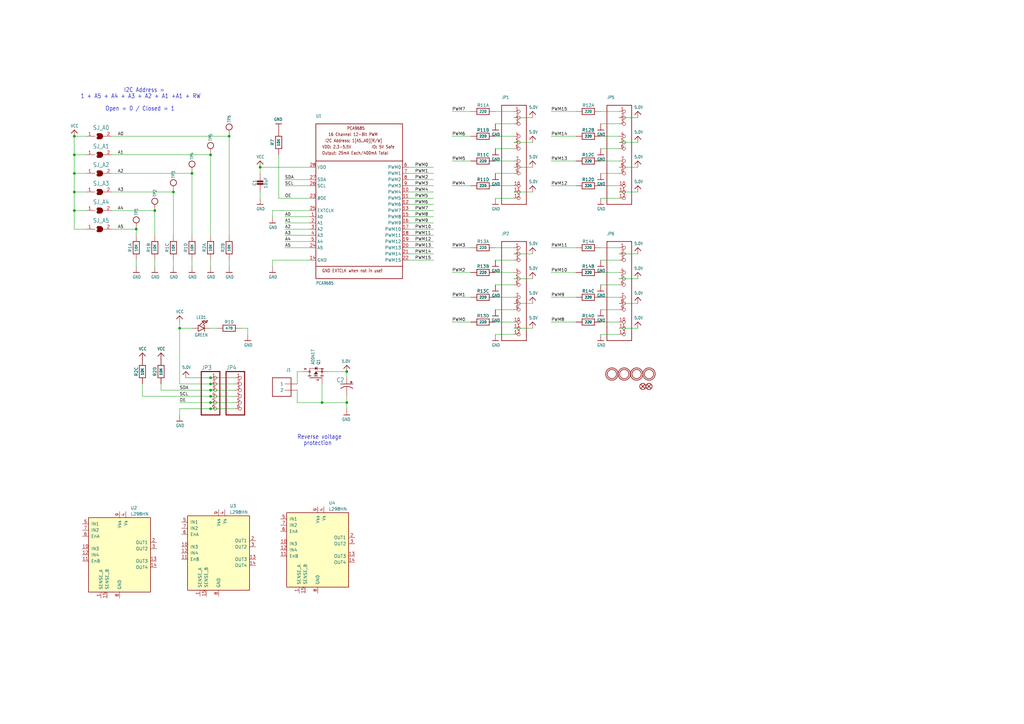
<source format=kicad_sch>
(kicad_sch (version 20230121) (generator eeschema)
  (paper "A3")
  (title_block (title "PCA9685+L298") (date "2023-04-09") (rev "0") (company "Hasatio"))
  (junction (at 86.36 160.02))
  (junction (at 86.36 162.56))
  (junction (at 30.48 78.74))
  (junction (at 30.48 63.5))
  (junction (at 86.36 157.48))
  (junction (at 55.88 93.98))
  (junction (at 73.66 134.62))
  (junction (at 30.48 55.88))
  (junction (at 86.36 63.5))
  (junction (at 132.08 165.1))
  (junction (at 142.24 165.1))
  (junction (at 71.12 78.74))
  (junction (at 30.48 71.12))
  (junction (at 30.48 86.36))
  (junction (at 106.68 68.58))
  (junction (at 142.24 152.4))
  (junction (at 86.36 167.64))
  (junction (at 86.36 165.1))
  (junction (at 86.36 154.94))
  (junction (at 78.74 71.12))
  (junction (at 93.98 55.88))
  (junction (at 63.5 86.36))
  (wire (pts (xy 127 91.44) (xy 116.84 91.44)) (stroke (width 0.1524)))
  (wire (pts (xy 134.62 152.4) (xy 142.24 152.4)) (stroke (width 0.1524)))
  (wire (pts (xy 101.6 134.62) (xy 101.6 137.16)) (stroke (width 0.1524)))
  (wire (pts (xy 193.04 132.08) (xy 185.42 132.08)) (stroke (width 0.1524)))
  (wire (pts (xy 132.08 165.1) (xy 121.92 165.1)) (stroke (width 0.1524)))
  (wire (pts (xy 246.38 111.76) (xy 254 111.76)) (stroke (width 0.1524)))
  (wire (pts (xy 76.2 154.94) (xy 86.36 154.94)) (stroke (width 0.1524)))
  (wire (pts (xy 96.52 165.1) (xy 86.36 165.1)) (stroke (width 0.1524)))
  (wire (pts (xy 167.64 88.9) (xy 177.8 88.9)) (stroke (width 0.1524)))
  (wire (pts (xy 210.82 114.3) (xy 218.44 114.3)) (stroke (width 0.1524)))
  (wire (pts (xy 193.04 101.6) (xy 185.42 101.6)) (stroke (width 0.1524)))
  (wire (pts (xy 167.64 93.98) (xy 177.8 93.98)) (stroke (width 0.1524)))
  (wire (pts (xy 45.72 55.88) (xy 93.98 55.88)) (stroke (width 0.1524)))
  (wire (pts (xy 86.36 154.94) (xy 96.52 154.94)) (stroke (width 0.1524)))
  (wire (pts (xy 127 81.28) (xy 114.3 81.28)) (stroke (width 0.1524)))
  (wire (pts (xy 203.2 45.72) (xy 210.82 45.72)) (stroke (width 0.1524)))
  (wire (pts (xy 193.04 111.76) (xy 185.42 111.76)) (stroke (width 0.1524)))
  (wire (pts (xy 210.82 58.42) (xy 218.44 58.42)) (stroke (width 0.1524)))
  (wire (pts (xy 210.82 137.16) (xy 203.2 137.16)) (stroke (width 0.1524)))
  (wire (pts (xy 254 58.42) (xy 261.62 58.42)) (stroke (width 0.1524)))
  (wire (pts (xy 193.04 66.04) (xy 185.42 66.04)) (stroke (width 0.1524)))
  (wire (pts (xy 246.38 55.88) (xy 254 55.88)) (stroke (width 0.1524)))
  (wire (pts (xy 45.72 93.98) (xy 55.88 93.98)) (stroke (width 0.1524)))
  (wire (pts (xy 236.22 101.6) (xy 226.06 101.6)) (stroke (width 0.1524)))
  (wire (pts (xy 127 76.2) (xy 116.84 76.2)) (stroke (width 0.1524)))
  (wire (pts (xy 254 48.26) (xy 261.62 48.26)) (stroke (width 0.1524)))
  (wire (pts (xy 35.56 78.74) (xy 30.48 78.74)) (stroke (width 0.1524)))
  (wire (pts (xy 86.36 106.68) (xy 86.36 109.22)) (stroke (width 0.1524)))
  (wire (pts (xy 203.2 55.88) (xy 210.82 55.88)) (stroke (width 0.1524)))
  (wire (pts (xy 111.76 86.36) (xy 111.76 88.9)) (stroke (width 0.1524)))
  (wire (pts (xy 93.98 55.88) (xy 93.98 96.52)) (stroke (width 0.1524)))
  (wire (pts (xy 167.64 83.82) (xy 177.8 83.82)) (stroke (width 0.1524)))
  (wire (pts (xy 185.42 55.88) (xy 193.04 55.88)) (stroke (width 0.1524)))
  (wire (pts (xy 127 106.68) (xy 111.76 106.68)) (stroke (width 0.1524)))
  (wire (pts (xy 246.38 121.92) (xy 254 121.92)) (stroke (width 0.1524)))
  (wire (pts (xy 254 78.74) (xy 261.62 78.74)) (stroke (width 0.1524)))
  (wire (pts (xy 114.3 81.28) (xy 114.3 63.5)) (stroke (width 0.1524)))
  (wire (pts (xy 55.88 106.68) (xy 55.88 109.22)) (stroke (width 0.1524)))
  (wire (pts (xy 254 127) (xy 246.38 127)) (stroke (width 0.1524)))
  (wire (pts (xy 193.04 76.2) (xy 185.42 76.2)) (stroke (width 0.1524)))
  (wire (pts (xy 58.42 162.56) (xy 58.42 157.48)) (stroke (width 0.1524)))
  (wire (pts (xy 121.92 152.4) (xy 121.92 157.48)) (stroke (width 0.1524)))
  (wire (pts (xy 30.48 71.12) (xy 30.48 63.5)) (stroke (width 0.1524)))
  (wire (pts (xy 106.68 68.58) (xy 106.68 71.12)) (stroke (width 0.1524)))
  (wire (pts (xy 96.52 167.64) (xy 86.36 167.64)) (stroke (width 0.1524)))
  (wire (pts (xy 78.74 71.12) (xy 78.74 96.52)) (stroke (width 0.1524)))
  (wire (pts (xy 142.24 165.1) (xy 132.08 165.1)) (stroke (width 0.1524)))
  (wire (pts (xy 193.04 45.72) (xy 185.42 45.72)) (stroke (width 0.1524)))
  (wire (pts (xy 167.64 106.68) (xy 177.8 106.68)) (stroke (width 0.1524)))
  (wire (pts (xy 86.36 167.64) (xy 73.66 167.64)) (stroke (width 0.1524)))
  (wire (pts (xy 99.06 134.62) (xy 101.6 134.62)) (stroke (width 0.1524)))
  (wire (pts (xy 236.22 121.92) (xy 226.06 121.92)) (stroke (width 0.1524)))
  (wire (pts (xy 193.04 121.92) (xy 185.42 121.92)) (stroke (width 0.1524)))
  (wire (pts (xy 210.82 134.62) (xy 218.44 134.62)) (stroke (width 0.1524)))
  (wire (pts (xy 45.72 86.36) (xy 63.5 86.36)) (stroke (width 0.1524)))
  (wire (pts (xy 203.2 111.76) (xy 210.82 111.76)) (stroke (width 0.1524)))
  (wire (pts (xy 96.52 160.02) (xy 86.36 160.02)) (stroke (width 0.1524)))
  (wire (pts (xy 254 81.28) (xy 246.38 81.28)) (stroke (width 0.1524)))
  (wire (pts (xy 127 73.66) (xy 116.84 73.66)) (stroke (width 0.1524)))
  (wire (pts (xy 236.22 66.04) (xy 226.06 66.04)) (stroke (width 0.1524)))
  (wire (pts (xy 254 106.68) (xy 246.38 106.68)) (stroke (width 0.1524)))
  (wire (pts (xy 167.64 99.06) (xy 177.8 99.06)) (stroke (width 0.1524)))
  (wire (pts (xy 167.64 101.6) (xy 177.8 101.6)) (stroke (width 0.1524)))
  (wire (pts (xy 86.36 162.56) (xy 58.42 162.56)) (stroke (width 0.1524)))
  (wire (pts (xy 121.92 165.1) (xy 121.92 160.02)) (stroke (width 0.1524)))
  (wire (pts (xy 86.36 165.1) (xy 73.66 165.1)) (stroke (width 0.1524)))
  (wire (pts (xy 167.64 68.58) (xy 177.8 68.58)) (stroke (width 0.1524)))
  (wire (pts (xy 45.72 63.5) (xy 86.36 63.5)) (stroke (width 0.1524)))
  (wire (pts (xy 127 93.98) (xy 116.84 93.98)) (stroke (width 0.1524)))
  (wire (pts (xy 210.82 48.26) (xy 218.44 48.26)) (stroke (width 0.1524)))
  (wire (pts (xy 236.22 45.72) (xy 226.06 45.72)) (stroke (width 0.1524)))
  (wire (pts (xy 236.22 55.88) (xy 226.06 55.88)) (stroke (width 0.1524)))
  (wire (pts (xy 127 96.52) (xy 116.84 96.52)) (stroke (width 0.1524)))
  (wire (pts (xy 254 104.14) (xy 261.62 104.14)) (stroke (width 0.1524)))
  (wire (pts (xy 127 88.9) (xy 116.84 88.9)) (stroke (width 0.1524)))
  (wire (pts (xy 210.82 81.28) (xy 203.2 81.28)) (stroke (width 0.1524)))
  (wire (pts (xy 96.52 162.56) (xy 86.36 162.56)) (stroke (width 0.1524)))
  (wire (pts (xy 111.76 106.68) (xy 111.76 109.22)) (stroke (width 0.1524)))
  (wire (pts (xy 236.22 132.08) (xy 226.06 132.08)) (stroke (width 0.1524)))
  (wire (pts (xy 106.68 68.58) (xy 127 68.58)) (stroke (width 0.1524)))
  (wire (pts (xy 106.68 78.74) (xy 106.68 81.28)) (stroke (width 0.1524)))
  (wire (pts (xy 246.38 101.6) (xy 254 101.6)) (stroke (width 0.1524)))
  (wire (pts (xy 127 99.06) (xy 116.84 99.06)) (stroke (width 0.1524)))
  (wire (pts (xy 210.82 60.96) (xy 203.2 60.96)) (stroke (width 0.1524)))
  (wire (pts (xy 30.48 93.98) (xy 30.48 86.36)) (stroke (width 0.1524)))
  (wire (pts (xy 167.64 73.66) (xy 177.8 73.66)) (stroke (width 0.1524)))
  (wire (pts (xy 254 71.12) (xy 246.38 71.12)) (stroke (width 0.1524)))
  (wire (pts (xy 254 134.62) (xy 261.62 134.62)) (stroke (width 0.1524)))
  (wire (pts (xy 167.64 91.44) (xy 177.8 91.44)) (stroke (width 0.1524)))
  (wire (pts (xy 55.88 93.98) (xy 55.88 96.52)) (stroke (width 0.1524)))
  (wire (pts (xy 167.64 86.36) (xy 177.8 86.36)) (stroke (width 0.1524)))
  (wire (pts (xy 210.82 106.68) (xy 203.2 106.68)) (stroke (width 0.1524)))
  (wire (pts (xy 167.64 96.52) (xy 177.8 96.52)) (stroke (width 0.1524)))
  (wire (pts (xy 96.52 157.48) (xy 86.36 157.48)) (stroke (width 0.1524)))
  (wire (pts (xy 203.2 101.6) (xy 210.82 101.6)) (stroke (width 0.1524)))
  (wire (pts (xy 66.04 160.02) (xy 66.04 157.48)) (stroke (width 0.1524)))
  (wire (pts (xy 254 116.84) (xy 246.38 116.84)) (stroke (width 0.1524)))
  (wire (pts (xy 35.56 63.5) (xy 30.48 63.5)) (stroke (width 0.1524)))
  (wire (pts (xy 203.2 76.2) (xy 210.82 76.2)) (stroke (width 0.1524)))
  (wire (pts (xy 86.36 63.5) (xy 86.36 96.52)) (stroke (width 0.1524)))
  (wire (pts (xy 246.38 66.04) (xy 254 66.04)) (stroke (width 0.1524)))
  (wire (pts (xy 210.82 78.74) (xy 218.44 78.74)) (stroke (width 0.1524)))
  (wire (pts (xy 167.64 104.14) (xy 177.8 104.14)) (stroke (width 0.1524)))
  (wire (pts (xy 167.64 76.2) (xy 177.8 76.2)) (stroke (width 0.1524)))
  (wire (pts (xy 246.38 76.2) (xy 254 76.2)) (stroke (width 0.1524)))
  (wire (pts (xy 236.22 111.76) (xy 226.06 111.76)) (stroke (width 0.1524)))
  (wire (pts (xy 73.66 134.62) (xy 78.74 134.62)) (stroke (width 0.1524)))
  (wire (pts (xy 210.82 50.8) (xy 203.2 50.8)) (stroke (width 0.1524)))
  (wire (pts (xy 142.24 162.56) (xy 142.24 165.1)) (stroke (width 0.1524)))
  (wire (pts (xy 167.64 81.28) (xy 177.8 81.28)) (stroke (width 0.1524)))
  (wire (pts (xy 78.74 106.68) (xy 78.74 109.22)) (stroke (width 0.1524)))
  (wire (pts (xy 86.36 160.02) (xy 66.04 160.02)) (stroke (width 0.1524)))
  (wire (pts (xy 127 101.6) (xy 116.84 101.6)) (stroke (width 0.1524)))
  (wire (pts (xy 35.56 55.88) (xy 30.48 55.88)) (stroke (width 0.1524)))
  (wire (pts (xy 254 50.8) (xy 246.38 50.8)) (stroke (width 0.1524)))
  (wire (pts (xy 30.48 78.74) (xy 30.48 71.12)) (stroke (width 0.1524)))
  (wire (pts (xy 73.66 167.64) (xy 73.66 170.18)) (stroke (width 0.1524)))
  (wire (pts (xy 35.56 71.12) (xy 30.48 71.12)) (stroke (width 0.1524)))
  (wire (pts (xy 45.72 71.12) (xy 78.74 71.12)) (stroke (width 0.1524)))
  (wire (pts (xy 210.82 124.46) (xy 218.44 124.46)) (stroke (width 0.1524)))
  (wire (pts (xy 246.38 132.08) (xy 254 132.08)) (stroke (width 0.1524)))
  (wire (pts (xy 246.38 45.72) (xy 254 45.72)) (stroke (width 0.1524)))
  (wire (pts (xy 86.36 157.48) (xy 73.66 157.48)) (stroke (width 0.1524)))
  (wire (pts (xy 71.12 106.68) (xy 71.12 109.22)) (stroke (width 0.1524)))
  (wire (pts (xy 254 124.46) (xy 261.62 124.46)) (stroke (width 0.1524)))
  (wire (pts (xy 124.46 152.4) (xy 121.92 152.4)) (stroke (width 0.1524)))
  (wire (pts (xy 254 68.58) (xy 261.62 68.58)) (stroke (width 0.1524)))
  (wire (pts (xy 142.24 152.4) (xy 142.24 154.94)) (stroke (width 0.1524)))
  (wire (pts (xy 30.48 86.36) (xy 30.48 78.74)) (stroke (width 0.1524)))
  (wire (pts (xy 254 137.16) (xy 246.38 137.16)) (stroke (width 0.1524)))
  (wire (pts (xy 45.72 78.74) (xy 71.12 78.74)) (stroke (width 0.1524)))
  (wire (pts (xy 71.12 78.74) (xy 71.12 96.52)) (stroke (width 0.1524)))
  (wire (pts (xy 142.24 165.1) (xy 142.24 167.64)) (stroke (width 0.1524)))
  (wire (pts (xy 132.08 157.48) (xy 132.08 165.1)) (stroke (width 0.1524)))
  (wire (pts (xy 203.2 66.04) (xy 210.82 66.04)) (stroke (width 0.1524)))
  (wire (pts (xy 73.66 157.48) (xy 73.66 134.62)) (stroke (width 0.1524)))
  (wire (pts (xy 35.56 93.98) (xy 30.48 93.98)) (stroke (width 0.1524)))
  (wire (pts (xy 30.48 63.5) (xy 30.48 55.88)) (stroke (width 0.1524)))
  (wire (pts (xy 254 60.96) (xy 246.38 60.96)) (stroke (width 0.1524)))
  (wire (pts (xy 93.98 106.68) (xy 93.98 109.22)) (stroke (width 0.1524)))
  (wire (pts (xy 210.82 104.14) (xy 218.44 104.14)) (stroke (width 0.1524)))
  (wire (pts (xy 203.2 132.08) (xy 210.82 132.08)) (stroke (width 0.1524)))
  (wire (pts (xy 63.5 106.68) (xy 63.5 109.22)) (stroke (width 0.1524)))
  (wire (pts (xy 210.82 116.84) (xy 203.2 116.84)) (stroke (width 0.1524)))
  (wire (pts (xy 203.2 121.92) (xy 210.82 121.92)) (stroke (width 0.1524)))
  (wire (pts (xy 236.22 76.2) (xy 226.06 76.2)) (stroke (width 0.1524)))
  (wire (pts (xy 167.64 78.74) (xy 177.8 78.74)) (stroke (width 0.1524)))
  (wire (pts (xy 210.82 127) (xy 203.2 127)) (stroke (width 0.1524)))
  (wire (pts (xy 167.64 71.12) (xy 177.8 71.12)) (stroke (width 0.1524)))
  (wire (pts (xy 127 86.36) (xy 111.76 86.36)) (stroke (width 0.1524)))
  (wire (pts (xy 210.82 68.58) (xy 218.44 68.58)) (stroke (width 0.1524)))
  (wire (pts (xy 86.36 134.62) (xy 88.9 134.62)) (stroke (width 0.1524)))
  (wire (pts (xy 35.56 86.36) (xy 30.48 86.36)) (stroke (width 0.1524)))
  (wire (pts (xy 63.5 86.36) (xy 63.5 96.52)) (stroke (width 0.1524)))
  (wire (pts (xy 254 114.3) (xy 261.62 114.3)) (stroke (width 0.1524)))
  (wire (pts (xy 210.82 71.12) (xy 203.2 71.12)) (stroke (width 0.1524)))
  (wire (pts (xy 73.66 134.62) (xy 73.66 132.08)) (stroke (width 0.1524)))
  (text "1 + A5 + A4 + A3 + A2 + A1 +A1 + RW" (at 33.02 40.64 0) (effects (font (size 1.778 1.5113)) (justify left bottom)))
  (text "I2C Address =" (at 50.8 38.1 0) (effects (font (size 1.778 1.5113)) (justify left bottom)))
  (text "Open = 0 / Closed = 1" (at 43.18 45.72 0) (effects (font (size 1.778 1.5113)) (justify left bottom)))
  (text "Reverse voltage" (at 121.92 180.34 0) (effects (font (size 1.778 1.5113)) (justify left bottom)))
  (text "protection" (at 124.46 182.88 0) (effects (font (size 1.778 1.5113)) (justify left bottom)))
  (label "PWM8" (at 226.06 132.08 0) (effects (font (size 1.2446 1.2446))))
  (label "PWM4" (at 185.42 76.2 0) (effects (font (size 1.2446 1.2446))))
  (label "PWM9" (at 170.18 91.44 0) (effects (font (size 1.2446 1.2446))))
  (label "OE" (at 116.84 81.28 0) (effects (font (size 1.2446 1.2446))))
  (label "PWM4" (at 170.18 78.74 0) (effects (font (size 1.2446 1.2446))))
  (label "A1" (at 116.84 91.44 0) (effects (font (size 1.2446 1.2446))))
  (label "SDA" (at 116.84 73.66 0) (effects (font (size 1.2446 1.2446))))
  (label "PWM3" (at 170.18 76.2 0) (effects (font (size 1.2446 1.2446))))
  (label "PWM2" (at 170.18 73.66 0) (effects (font (size 1.2446 1.2446))))
  (label "A0" (at 48.26 55.88 0) (effects (font (size 1.2446 1.2446))))
  (label "PWM8" (at 170.18 88.9 0) (effects (font (size 1.2446 1.2446))))
  (label "PWM6" (at 170.18 83.82 0) (effects (font (size 1.2446 1.2446))))
  (label "OE" (at 73.66 165.1 0) (effects (font (size 1.2446 1.2446))))
  (label "PWM1" (at 170.18 71.12 0) (effects (font (size 1.2446 1.2446))))
  (label "A5" (at 116.84 101.6 0) (effects (font (size 1.2446 1.2446))))
  (label "A4" (at 48.26 86.36 0) (effects (font (size 1.2446 1.2446))))
  (label "PWM12" (at 170.18 99.06 0) (effects (font (size 1.2446 1.2446))))
  (label "PWM2" (at 185.42 111.76 0) (effects (font (size 1.2446 1.2446))))
  (label "SDA" (at 73.66 160.02 0) (effects (font (size 1.2446 1.2446))))
  (label "PWM12" (at 226.06 76.2 0) (effects (font (size 1.2446 1.2446))))
  (label "PWM9" (at 226.06 121.92 0) (effects (font (size 1.2446 1.2446))))
  (label "PWM7" (at 185.42 45.72 0) (effects (font (size 1.2446 1.2446))))
  (label "A5" (at 48.26 93.98 0) (effects (font (size 1.2446 1.2446))))
  (label "A1" (at 48.26 63.5 0) (effects (font (size 1.2446 1.2446))))
  (label "PWM14" (at 170.18 104.14 0) (effects (font (size 1.2446 1.2446))))
  (label "PWM6" (at 185.42 55.88 0) (effects (font (size 1.2446 1.2446))))
  (label "PWM1" (at 185.42 121.92 0) (effects (font (size 1.2446 1.2446))))
  (label "A4" (at 116.84 99.06 0) (effects (font (size 1.2446 1.2446))))
  (label "PWM5" (at 185.42 66.04 0) (effects (font (size 1.2446 1.2446))))
  (label "PWM11" (at 226.06 101.6 0) (effects (font (size 1.2446 1.2446))))
  (label "PWM5" (at 170.18 81.28 0) (effects (font (size 1.2446 1.2446))))
  (label "PWM13" (at 170.18 101.6 0) (effects (font (size 1.2446 1.2446))))
  (label "A2" (at 116.84 93.98 0) (effects (font (size 1.2446 1.2446))))
  (label "PWM0" (at 185.42 132.08 0) (effects (font (size 1.2446 1.2446))))
  (label "PWM13" (at 226.06 66.04 0) (effects (font (size 1.2446 1.2446))))
  (label "PWM10" (at 226.06 111.76 0) (effects (font (size 1.2446 1.2446))))
  (label "SCL" (at 116.84 76.2 0) (effects (font (size 1.2446 1.2446))))
  (label "SCL" (at 73.66 162.56 0) (effects (font (size 1.2446 1.2446))))
  (label "PWM15" (at 170.18 106.68 0) (effects (font (size 1.2446 1.2446))))
  (label "PWM7" (at 170.18 86.36 0) (effects (font (size 1.2446 1.2446))))
  (label "PWM15" (at 226.06 45.72 0) (effects (font (size 1.2446 1.2446))))
  (label "PWM3" (at 185.42 101.6 0) (effects (font (size 1.2446 1.2446))))
  (label "A0" (at 116.84 88.9 0) (effects (font (size 1.2446 1.2446))))
  (label "A3" (at 48.26 78.74 0) (effects (font (size 1.2446 1.2446))))
  (label "PWM10" (at 170.18 93.98 0) (effects (font (size 1.2446 1.2446))))
  (label "PWM0" (at 170.18 68.58 0) (effects (font (size 1.2446 1.2446))))
  (label "A2" (at 48.26 71.12 0) (effects (font (size 1.2446 1.2446))))
  (label "A3" (at 116.84 96.52 0) (effects (font (size 1.2446 1.2446))))
  (label "PWM14" (at 226.06 55.88 0) (effects (font (size 1.2446 1.2446))))
  (label "PWM11" (at 170.18 96.52 0) (effects (font (size 1.2446 1.2446))))
  (symbol (lib_id "Adafruit PCA9685 rev C-eagle-import:5.0V") (at 261.62 132.08 0) (unit 1)
    (property "Reference" "#U$17" (effects hide))
    (property "Value" "5.0V" (at 260.096 131.064 0) (effects (font (size 1.27 1.0795)) (justify left bottom)))
  )
  (symbol (lib_id "Adafruit PCA9685 rev C-eagle-import:GND") (at 203.2 119.38 0) (unit 1)
    (property "Reference" "#U$23" (effects hide))
    (property "Value" "GND" (at 201.676 121.92 0) (effects (font (size 1.27 1.0795)) (justify left bottom)))
  )
  (symbol (lib_id "Adafruit PCA9685 rev C-eagle-import:CAP_CERAMIC0805-NOOUTLINE") (at 106.68 76.2 0) (unit 1)
    (property "Reference" "C1" (at 104.39 74.95 90))
    (property "Value" "10uF" (at 108.98 74.95 90))
    (property "Footprint" "Adafruit PCA9685 rev C:0805-NO" (effects hide))
  )
  (symbol (lib_id "Adafruit PCA9685 rev C-eagle-import:5.0V") (at 261.62 66.04 0) (unit 1)
    (property "Reference" "#U$12" (effects hide))
    (property "Value" "5.0V" (at 260.096 65.024 0) (effects (font (size 1.27 1.0795)) (justify left bottom)))
  )
  (symbol (lib_id "Adafruit PCA9685 rev C-eagle-import:MOUNTINGHOLE2.5") (at 250.952 153.416 0) (unit 1)
    (property "Reference" "U$50" (effects hide))
    (property "Value" "MOUNTINGHOLE2.5" (effects hide))
    (property "Footprint" "Adafruit PCA9685 rev C:MOUNTINGHOLE_2.5_PLATED" (effects hide))
  )
  (symbol (lib_id "Adafruit PCA9685 rev C-eagle-import:SOLDERJUMPERREFLOW_NOPASTE") (at 40.64 78.74 0) (unit 1)
    (property "Reference" "SJ_A3" (at 38.1 76.2 0) (effects (font (size 1.778 1.5113)) (justify left bottom)))
    (property "Value" "SOLDERJUMPERREFLOW_NOPASTE" (effects hide))
    (property "Footprint" "Adafruit PCA9685 rev C:SOLDERJUMPER_REFLOW_NOPASTE" (effects hide))
  )
  (symbol (lib_id "Adafruit PCA9685 rev C-eagle-import:FIDUCIAL{dblquote}{dblquote}") (at 263.652 158.496 0) (unit 1)
    (property "Reference" "FID2" (effects hide))
    (property "Value" "FIDUCIAL{dblquote}{dblquote}" (effects hide))
    (property "Footprint" "Adafruit PCA9685 rev C:FIDUCIAL_1MM" (effects hide))
  )
  (symbol (lib_id "Adafruit PCA9685 rev C-eagle-import:GND") (at 111.76 111.76 0) (unit 1)
    (property "Reference" "#U$35" (effects hide))
    (property "Value" "GND" (at 110.236 114.3 0) (effects (font (size 1.27 1.0795)) (justify left bottom)))
  )
  (symbol (lib_id "Adafruit PCA9685 rev C-eagle-import:5.0V") (at 218.44 101.6 0) (unit 1)
    (property "Reference" "#U$6" (effects hide))
    (property "Value" "5.0V" (at 216.916 100.584 0) (effects (font (size 1.27 1.0795)) (justify left bottom)))
  )
  (symbol (lib_id "Adafruit PCA9685 rev C-eagle-import:VCC") (at 66.04 144.78 0) (unit 1)
    (property "Reference" "#P+10" (effects hide))
    (property "Value" "VCC" (at 64.516 143.764 0) (effects (font (size 1.27 1.0795)) (justify left bottom)))
  )
  (symbol (lib_id "Adafruit PCA9685 rev C-eagle-import:TESTPOINTROUND1MM") (at 71.12 78.74 0) (unit 1)
    (property "Reference" "TP3" (at 71.12 73.152 90) (effects (font (size 1.27 1.0795)) (justify left)))
    (property "Value" "TESTPOINTROUND1MM" (effects hide))
    (property "Footprint" "Adafruit PCA9685 rev C:TESTPOINT_ROUND_1MM" (effects hide))
  )
  (symbol (lib_id "Adafruit PCA9685 rev C-eagle-import:RESISTOR_4PACK") (at 58.42 152.4 90) (unit 3)
    (property "Reference" "R2" (at 55.88 152.4 0))
    (property "Value" "10K" (at 58.42 152.4 0) (effects (font (size 1.016 1.016) bold)))
    (property "Footprint" "Adafruit PCA9685 rev C:RESPACK_4X0603" (effects hide))
  )
  (symbol (lib_id "Adafruit PCA9685 rev C-eagle-import:GND") (at 246.38 73.66 0) (unit 1)
    (property "Reference" "#U$29" (effects hide))
    (property "Value" "GND" (at 244.856 76.2 0) (effects (font (size 1.27 1.0795)) (justify left bottom)))
  )
  (symbol (lib_id "Adafruit PCA9685 rev C-eagle-import:RESISTOR_4PACK") (at 241.3 55.88 0) (unit 2)
    (property "Reference" "R12" (at 241.3 53.34 0))
    (property "Value" "220" (at 241.3 55.88 0) (effects (font (size 1.016 1.016) bold)))
    (property "Footprint" "Adafruit PCA9685 rev C:RESPACK_4X0603" (effects hide))
  )
  (symbol (lib_id "Adafruit PCA9685 rev C-eagle-import:RESISTOR_4PACK") (at 63.5 101.6 90) (unit 2)
    (property "Reference" "R1" (at 60.96 101.6 0))
    (property "Value" "10K" (at 63.5 101.6 0) (effects (font (size 1.016 1.016) bold)))
    (property "Footprint" "Adafruit PCA9685 rev C:RESPACK_4X0603" (effects hide))
  )
  (symbol (lib_id "Adafruit PCA9685 rev C-eagle-import:HEADER-3X04") (at 254 119.38 0) (unit 1)
    (property "Reference" "JP6" (at 248.92 96.52 0) (effects (font (size 1.27 1.0795)) (justify left bottom)))
    (property "Value" "HEADER-3X04" (effects hide))
    (property "Footprint" "Adafruit PCA9685 rev C:3X04" (effects hide))
  )
  (symbol (lib_id "Adafruit PCA9685 rev C-eagle-import:SOLDERJUMPERREFLOW_NOPASTE") (at 40.64 93.98 0) (unit 1)
    (property "Reference" "SJ_A5" (at 38.1 91.44 0) (effects (font (size 1.778 1.5113)) (justify left bottom)))
    (property "Value" "SOLDERJUMPERREFLOW_NOPASTE" (effects hide))
    (property "Footprint" "Adafruit PCA9685 rev C:SOLDERJUMPER_REFLOW_NOPASTE" (effects hide))
  )
  (symbol (lib_id "Adafruit PCA9685 rev C-eagle-import:RESISTOR_4PACK") (at 198.12 45.72 0) (unit 1)
    (property "Reference" "R11" (at 198.12 43.18 0))
    (property "Value" "220" (at 198.12 45.72 0) (effects (font (size 1.016 1.016) bold)))
    (property "Footprint" "Adafruit PCA9685 rev C:RESPACK_4X0603" (effects hide))
  )
  (symbol (lib_id "Adafruit PCA9685 rev C-eagle-import:GND") (at 246.38 119.38 0) (unit 1)
    (property "Reference" "#U$26" (effects hide))
    (property "Value" "GND" (at 244.856 121.92 0) (effects (font (size 1.27 1.0795)) (justify left bottom)))
  )
  (symbol (lib_id "Adafruit PCA9685 rev C-eagle-import:5.0V") (at 142.24 149.86 0) (mirror y) (unit 1)
    (property "Reference" "#U$45" (effects hide))
    (property "Value" "5.0V" (at 143.764 148.844 0) (effects (font (size 1.27 1.0795)) (justify left bottom)))
  )
  (symbol (lib_id "Adafruit PCA9685 rev C-eagle-import:SOLDERJUMPERREFLOW_NOPASTE") (at 40.64 55.88 0) (unit 1)
    (property "Reference" "SJ_A0" (at 38.1 53.34 0) (effects (font (size 1.778 1.5113)) (justify left bottom)))
    (property "Value" "SOLDERJUMPERREFLOW_NOPASTE" (effects hide))
    (property "Footprint" "Adafruit PCA9685 rev C:SOLDERJUMPER_REFLOW_NOPASTE" (effects hide))
  )
  (symbol (lib_id "Adafruit PCA9685 rev C-eagle-import:VCC") (at 106.68 66.04 0) (unit 1)
    (property "Reference" "#P+7" (effects hide))
    (property "Value" "VCC" (at 105.156 65.024 0) (effects (font (size 1.27 1.0795)) (justify left bottom)))
  )
  (symbol (lib_id "Adafruit PCA9685 rev C-eagle-import:GND") (at 203.2 83.82 0) (unit 1)
    (property "Reference" "#U$21" (effects hide))
    (property "Value" "GND" (at 201.676 86.36 0) (effects (font (size 1.27 1.0795)) (justify left bottom)))
  )
  (symbol (lib_id "Adafruit PCA9685 rev C-eagle-import:RESISTOR_4PACK") (at 241.3 121.92 0) (unit 3)
    (property "Reference" "R14" (at 241.3 119.38 0))
    (property "Value" "220" (at 241.3 121.92 0) (effects (font (size 1.016 1.016) bold)))
    (property "Footprint" "Adafruit PCA9685 rev C:RESPACK_4X0603" (effects hide))
  )
  (symbol (lib_id "Adafruit PCA9685 rev C-eagle-import:5.0V") (at 218.44 111.76 0) (unit 1)
    (property "Reference" "#U$7" (effects hide))
    (property "Value" "5.0V" (at 216.916 110.744 0) (effects (font (size 1.27 1.0795)) (justify left bottom)))
  )
  (symbol (lib_id "Adafruit PCA9685 rev C-eagle-import:RESISTOR_4PACK") (at 198.12 66.04 0) (unit 3)
    (property "Reference" "R11" (at 198.12 63.5 0))
    (property "Value" "220" (at 198.12 66.04 0) (effects (font (size 1.016 1.016) bold)))
    (property "Footprint" "Adafruit PCA9685 rev C:RESPACK_4X0603" (effects hide))
  )
  (symbol (lib_id "Adafruit PCA9685 rev C-eagle-import:TESTPOINTROUND1MM") (at 78.74 71.12 0) (unit 1)
    (property "Reference" "TP4" (at 78.74 65.532 90) (effects (font (size 1.27 1.0795)) (justify left)))
    (property "Value" "TESTPOINTROUND1MM" (effects hide))
    (property "Footprint" "Adafruit PCA9685 rev C:TESTPOINT_ROUND_1MM" (effects hide))
  )
  (symbol (lib_id "Adafruit PCA9685 rev C-eagle-import:GND") (at 142.24 170.18 0) (mirror y) (unit 1)
    (property "Reference" "#U$46" (effects hide))
    (property "Value" "GND" (at 143.764 172.72 0) (effects (font (size 1.27 1.0795)) (justify left bottom)))
  )
  (symbol (lib_id "Adafruit PCA9685 rev C-eagle-import:TESTPOINTROUND1MM") (at 55.88 93.98 0) (unit 1)
    (property "Reference" "TP1" (at 55.88 88.392 90) (effects (font (size 1.27 1.0795)) (justify left)))
    (property "Value" "TESTPOINTROUND1MM" (effects hide))
    (property "Footprint" "Adafruit PCA9685 rev C:TESTPOINT_ROUND_1MM" (effects hide))
  )
  (symbol (lib_id "Adafruit PCA9685 rev C-eagle-import:GND") (at 101.6 139.7 0) (unit 1)
    (property "Reference" "#U$43" (effects hide))
    (property "Value" "GND" (at 100.076 142.24 0) (effects (font (size 1.27 1.0795)) (justify left bottom)))
  )
  (symbol (lib_id "Adafruit PCA9685 rev C-eagle-import:HEADER-3X04") (at 210.82 119.38 0) (unit 1)
    (property "Reference" "JP2" (at 205.74 96.52 0) (effects (font (size 1.27 1.0795)) (justify left bottom)))
    (property "Value" "HEADER-3X04" (effects hide))
    (property "Footprint" "Adafruit PCA9685 rev C:3X04" (effects hide))
  )
  (symbol (lib_id "Adafruit PCA9685 rev C-eagle-import:GND") (at 203.2 63.5 0) (unit 1)
    (property "Reference" "#U$19" (effects hide))
    (property "Value" "GND" (at 201.676 66.04 0) (effects (font (size 1.27 1.0795)) (justify left bottom)))
  )
  (symbol (lib_id "Adafruit PCA9685 rev C-eagle-import:RESISTOR_4PACK") (at 55.88 101.6 90) (unit 1)
    (property "Reference" "R1" (at 53.34 101.6 0))
    (property "Value" "10K" (at 55.88 101.6 0) (effects (font (size 1.016 1.016) bold)))
    (property "Footprint" "Adafruit PCA9685 rev C:RESPACK_4X0603" (effects hide))
  )
  (symbol (lib_id "Adafruit PCA9685 rev C-eagle-import:5.0V") (at 218.44 132.08 0) (unit 1)
    (property "Reference" "#U$9" (effects hide))
    (property "Value" "5.0V" (at 216.916 131.064 0) (effects (font (size 1.27 1.0795)) (justify left bottom)))
  )
  (symbol (lib_id "Adafruit PCA9685 rev C-eagle-import:5.0V") (at 218.44 55.88 0) (unit 1)
    (property "Reference" "#U$3" (effects hide))
    (property "Value" "5.0V" (at 216.916 54.864 0) (effects (font (size 1.27 1.0795)) (justify left bottom)))
  )
  (symbol (lib_id "Adafruit PCA9685 rev C-eagle-import:RESISTOR_4PACK") (at 78.74 101.6 90) (unit 4)
    (property "Reference" "R1" (at 76.2 101.6 0))
    (property "Value" "10K" (at 78.74 101.6 0) (effects (font (size 1.016 1.016) bold)))
    (property "Footprint" "Adafruit PCA9685 rev C:RESPACK_4X0603" (effects hide))
  )
  (symbol (lib_id "Adafruit PCA9685 rev C-eagle-import:RESISTOR_4PACK") (at 198.12 76.2 0) (unit 4)
    (property "Reference" "R11" (at 198.12 73.66 0))
    (property "Value" "220" (at 198.12 76.2 0) (effects (font (size 1.016 1.016) bold)))
    (property "Footprint" "Adafruit PCA9685 rev C:RESPACK_4X0603" (effects hide))
  )
  (symbol (lib_id "Adafruit PCA9685 rev C-eagle-import:PINHD-1X6CB") (at 88.9 162.56 0) (unit 1)
    (property "Reference" "JP3" (at 82.55 151.765 0) (effects (font (size 1.778 1.5113)) (justify left bottom)))
    (property "Value" "PINHD-1X6CB" (effects hide))
    (property "Footprint" "Adafruit PCA9685 rev C:1X06-CLEANBIG" (effects hide))
  )
  (symbol (lib_id "Adafruit PCA9685 rev C-eagle-import:RESISTOR_4PACK") (at 241.3 111.76 0) (unit 2)
    (property "Reference" "R14" (at 241.3 109.22 0))
    (property "Value" "220" (at 241.3 111.76 0) (effects (font (size 1.016 1.016) bold)))
    (property "Footprint" "Adafruit PCA9685 rev C:RESPACK_4X0603" (effects hide))
  )
  (symbol (lib_id "Adafruit PCA9685 rev C-eagle-import:RESISTOR_4PACK") (at 66.04 152.4 90) (unit 4)
    (property "Reference" "R2" (at 63.5 152.4 0))
    (property "Value" "10K" (at 66.04 152.4 0) (effects (font (size 1.016 1.016) bold)))
    (property "Footprint" "Adafruit PCA9685 rev C:RESPACK_4X0603" (effects hide))
  )
  (symbol (lib_id "Adafruit PCA9685 rev C-eagle-import:5.0V") (at 218.44 76.2 0) (unit 1)
    (property "Reference" "#U$5" (effects hide))
    (property "Value" "5.0V" (at 216.916 75.184 0) (effects (font (size 1.27 1.0795)) (justify left bottom)))
  )
  (symbol (lib_id "Adafruit PCA9685 rev C-eagle-import:RESISTOR_4PACK") (at 241.3 66.04 0) (unit 3)
    (property "Reference" "R12" (at 241.3 63.5 0))
    (property "Value" "220" (at 241.3 66.04 0) (effects (font (size 1.016 1.016) bold)))
    (property "Footprint" "Adafruit PCA9685 rev C:RESPACK_4X0603" (effects hide))
  )
  (symbol (lib_id "Adafruit PCA9685 rev C-eagle-import:GND") (at 246.38 53.34 0) (unit 1)
    (property "Reference" "#U$31" (effects hide))
    (property "Value" "GND" (at 244.856 55.88 0) (effects (font (size 1.27 1.0795)) (justify left bottom)))
  )
  (symbol (lib_id "Adafruit PCA9685 rev C-eagle-import:GND") (at 203.2 109.22 0) (unit 1)
    (property "Reference" "#U$22" (effects hide))
    (property "Value" "GND" (at 201.676 111.76 0) (effects (font (size 1.27 1.0795)) (justify left bottom)))
  )
  (symbol (lib_id "Adafruit PCA9685 rev C-eagle-import:HEADER-3X04") (at 254 63.5 0) (unit 1)
    (property "Reference" "JP5" (at 248.92 40.64 0) (effects (font (size 1.27 1.0795)) (justify left bottom)))
    (property "Value" "HEADER-3X04" (effects hide))
    (property "Footprint" "Adafruit PCA9685 rev C:3X04" (effects hide))
  )
  (symbol (lib_id "Adafruit PCA9685 rev C-eagle-import:FIDUCIAL{dblquote}{dblquote}") (at 266.192 158.496 0) (unit 1)
    (property "Reference" "FID1" (effects hide))
    (property "Value" "FIDUCIAL{dblquote}{dblquote}" (effects hide))
    (property "Footprint" "Adafruit PCA9685 rev C:FIDUCIAL_1MM" (effects hide))
  )
  (symbol (lib_id "Adafruit PCA9685 rev C-eagle-import:CPOL-USE3.5-8") (at 142.24 157.48 0) (mirror y) (unit 1)
    (property "Reference" "C2" (at 141.224 156.845 0) (effects (font (size 1.778 1.5113)) (justify left bottom)))
    (property "Value" "CPOL-USE3.5-8" (effects hide))
    (property "Footprint" "Adafruit PCA9685 rev C:E3,5-8" (effects hide))
  )
  (symbol (lib_id "Adafruit PCA9685 rev C-eagle-import:GND") (at 114.3 50.8 180) (unit 1)
    (property "Reference" "#U$52" (effects hide))
    (property "Value" "GND" (at 115.824 48.26 0) (effects (font (size 1.27 1.0795)) (justify left bottom)))
  )
  (symbol (lib_id "Adafruit PCA9685 rev C-eagle-import:MOUNTINGHOLE2.5") (at 256.032 153.416 0) (unit 1)
    (property "Reference" "U$49" (effects hide))
    (property "Value" "MOUNTINGHOLE2.5" (effects hide))
    (property "Footprint" "Adafruit PCA9685 rev C:MOUNTINGHOLE_2.5_PLATED" (effects hide))
  )
  (symbol (lib_id "Adafruit PCA9685 rev C-eagle-import:RESISTOR_4PACK") (at 93.98 101.6 90) (unit 2)
    (property "Reference" "R2" (at 91.44 101.6 0))
    (property "Value" "10K" (at 93.98 101.6 0) (effects (font (size 1.016 1.016) bold)))
    (property "Footprint" "Adafruit PCA9685 rev C:RESPACK_4X0603" (effects hide))
  )
  (symbol (lib_id "Adafruit PCA9685 rev C-eagle-import:TESTPOINTROUND1MM") (at 86.36 63.5 0) (unit 1)
    (property "Reference" "TP5" (at 86.36 57.912 90) (effects (font (size 1.27 1.0795)) (justify left)))
    (property "Value" "TESTPOINTROUND1MM" (effects hide))
    (property "Footprint" "Adafruit PCA9685 rev C:TESTPOINT_ROUND_1MM" (effects hide))
  )
  (symbol (lib_id "Adafruit PCA9685 rev C-eagle-import:RESISTOR0805_NOOUTLINE") (at 114.3 58.42 90) (unit 1)
    (property "Reference" "R7" (at 111.76 58.42 0))
    (property "Value" "10K" (at 114.3 58.42 0) (effects (font (size 1.016 1.016) bold)))
    (property "Footprint" "Adafruit PCA9685 rev C:0805-NO" (effects hide))
  )
  (symbol (lib_id "Adafruit PCA9685 rev C-eagle-import:RESISTOR_4PACK") (at 241.3 101.6 0) (unit 1)
    (property "Reference" "R14" (at 241.3 99.06 0))
    (property "Value" "220" (at 241.3 101.6 0) (effects (font (size 1.016 1.016) bold)))
    (property "Footprint" "Adafruit PCA9685 rev C:RESPACK_4X0603" (effects hide))
  )
  (symbol (lib_id "Driver_Motor:L298HN") (at 89.662 226.822 0) (unit 1)
    (property "Reference" "U3" (at 94.1579 207.518 0) (effects (justify left)))
    (property "Value" "L298HN" (at 94.1579 210.058 0) (effects (justify left)))
    (property "Footprint" "Silicon-Standard:POWERSO20_L298_PAD" (effects hide))
    (property "Datasheet" "http://www.st.com/st-web-ui/static/active/en/resource/technical/document/datasheet/CD00000240.pdf" (effects hide))
  )
  (symbol (lib_id "Adafruit PCA9685 rev C-eagle-import:RESISTOR_4PACK") (at 241.3 45.72 0) (unit 1)
    (property "Reference" "R12" (at 241.3 43.18 0))
    (property "Value" "220" (at 241.3 45.72 0) (effects (font (size 1.016 1.016) bold)))
    (property "Footprint" "Adafruit PCA9685 rev C:RESPACK_4X0603" (effects hide))
  )
  (symbol (lib_id "Adafruit PCA9685 rev C-eagle-import:GND") (at 203.2 73.66 0) (unit 1)
    (property "Reference" "#U$20" (effects hide))
    (property "Value" "GND" (at 201.676 76.2 0) (effects (font (size 1.27 1.0795)) (justify left bottom)))
  )
  (symbol (lib_id "Adafruit PCA9685 rev C-eagle-import:5.0V") (at 218.44 45.72 0) (unit 1)
    (property "Reference" "#U$2" (effects hide))
    (property "Value" "5.0V" (at 216.916 44.704 0) (effects (font (size 1.27 1.0795)) (justify left bottom)))
  )
  (symbol (lib_id "Adafruit PCA9685 rev C-eagle-import:MOUNTINGHOLE2.5") (at 266.192 153.416 0) (unit 1)
    (property "Reference" "U$47" (effects hide))
    (property "Value" "MOUNTINGHOLE2.5" (effects hide))
    (property "Footprint" "Adafruit PCA9685 rev C:MOUNTINGHOLE_2.5_PLATED" (effects hide))
  )
  (symbol (lib_id "Adafruit PCA9685 rev C-eagle-import:GND") (at 86.36 111.76 0) (unit 1)
    (property "Reference" "#U$40" (effects hide))
    (property "Value" "GND" (at 84.836 114.3 0) (effects (font (size 1.27 1.0795)) (justify left bottom)))
  )
  (symbol (lib_id "Adafruit PCA9685 rev C-eagle-import:GND") (at 55.88 111.76 0) (unit 1)
    (property "Reference" "#U$36" (effects hide))
    (property "Value" "GND" (at 54.356 114.3 0) (effects (font (size 1.27 1.0795)) (justify left bottom)))
  )
  (symbol (lib_id "Adafruit PCA9685 rev C-eagle-import:MOSFET-PTO252") (at 129.54 152.4 270) (mirror x) (unit 1)
    (property "Reference" "Q1" (at 129.921 149.606 0) (effects (font (size 1.27 1.0795)) (justify left bottom)))
    (property "Value" "AOD417" (at 127.635 149.606 0) (effects (font (size 1.27 1.0795)) (justify left bottom)))
    (property "Footprint" "Adafruit PCA9685 rev C:TO252" (effects hide))
  )
  (symbol (lib_id "Adafruit PCA9685 rev C-eagle-import:RESISTOR_4PACK") (at 198.12 55.88 0) (unit 2)
    (property "Reference" "R11" (at 198.12 53.34 0))
    (property "Value" "220" (at 198.12 55.88 0) (effects (font (size 1.016 1.016) bold)))
    (property "Footprint" "Adafruit PCA9685 rev C:RESPACK_4X0603" (effects hide))
  )
  (symbol (lib_id "Adafruit PCA9685 rev C-eagle-import:5.0V") (at 261.62 55.88 0) (unit 1)
    (property "Reference" "#U$11" (effects hide))
    (property "Value" "5.0V" (at 260.096 54.864 0) (effects (font (size 1.27 1.0795)) (justify left bottom)))
  )
  (symbol (lib_id "Adafruit PCA9685 rev C-eagle-import:MOUNTINGHOLE2.5") (at 261.112 153.416 0) (unit 1)
    (property "Reference" "U$48" (effects hide))
    (property "Value" "MOUNTINGHOLE2.5" (effects hide))
    (property "Footprint" "Adafruit PCA9685 rev C:MOUNTINGHOLE_2.5_PLATED" (effects hide))
  )
  (symbol (lib_id "Adafruit PCA9685 rev C-eagle-import:RESISTOR_4PACK") (at 71.12 101.6 90) (unit 3)
    (property "Reference" "R1" (at 68.58 101.6 0))
    (property "Value" "10K" (at 71.12 101.6 0) (effects (font (size 1.016 1.016) bold)))
    (property "Footprint" "Adafruit PCA9685 rev C:RESPACK_4X0603" (effects hide))
  )
  (symbol (lib_id "Adafruit PCA9685 rev C-eagle-import:TESTPOINTROUND1MM") (at 63.5 86.36 0) (unit 1)
    (property "Reference" "TP2" (at 63.5 80.772 90) (effects (font (size 1.27 1.0795)) (justify left)))
    (property "Value" "TESTPOINTROUND1MM" (effects hide))
    (property "Footprint" "Adafruit PCA9685 rev C:TESTPOINT_ROUND_1MM" (effects hide))
  )
  (symbol (lib_id "Adafruit PCA9685 rev C-eagle-import:RESISTOR_4PACK") (at 198.12 132.08 0) (unit 4)
    (property "Reference" "R13" (at 198.12 129.54 0))
    (property "Value" "220" (at 198.12 132.08 0) (effects (font (size 1.016 1.016) bold)))
    (property "Footprint" "Adafruit PCA9685 rev C:RESPACK_4X0603" (effects hide))
  )
  (symbol (lib_id "Adafruit PCA9685 rev C-eagle-import:GND") (at 93.98 111.76 0) (unit 1)
    (property "Reference" "#U$41" (effects hide))
    (property "Value" "GND" (at 92.456 114.3 0) (effects (font (size 1.27 1.0795)) (justify left bottom)))
  )
  (symbol (lib_id "Adafruit PCA9685 rev C-eagle-import:SOLDERJUMPERREFLOW_NOPASTE") (at 40.64 86.36 0) (unit 1)
    (property "Reference" "SJ_A4" (at 38.1 83.82 0) (effects (font (size 1.778 1.5113)) (justify left bottom)))
    (property "Value" "SOLDERJUMPERREFLOW_NOPASTE" (effects hide))
    (property "Footprint" "Adafruit PCA9685 rev C:SOLDERJUMPER_REFLOW_NOPASTE" (effects hide))
  )
  (symbol (lib_id "Adafruit PCA9685 rev C-eagle-import:GND") (at 78.74 111.76 0) (unit 1)
    (property "Reference" "#U$39" (effects hide))
    (property "Value" "GND" (at 77.216 114.3 0) (effects (font (size 1.27 1.0795)) (justify left bottom)))
  )
  (symbol (lib_id "Adafruit PCA9685 rev C-eagle-import:5.0V") (at 261.62 121.92 0) (unit 1)
    (property "Reference" "#U$16" (effects hide))
    (property "Value" "5.0V" (at 260.096 120.904 0) (effects (font (size 1.27 1.0795)) (justify left bottom)))
  )
  (symbol (lib_id "Adafruit PCA9685 rev C-eagle-import:RESISTOR_0805MP") (at 93.98 134.62 0) (unit 1)
    (property "Reference" "R10" (at 93.98 132.08 0))
    (property "Value" "470" (at 93.98 134.62 0) (effects (font (size 1.016 1.016) bold)))
    (property "Footprint" "Adafruit PCA9685 rev C:_0805MP" (effects hide))
  )
  (symbol (lib_id "Adafruit PCA9685 rev C-eagle-import:SOLDERJUMPERREFLOW_NOPASTE") (at 40.64 71.12 0) (unit 1)
    (property "Reference" "SJ_A2" (at 38.1 68.58 0) (effects (font (size 1.778 1.5113)) (justify left bottom)))
    (property "Value" "SOLDERJUMPERREFLOW_NOPASTE" (effects hide))
    (property "Footprint" "Adafruit PCA9685 rev C:SOLDERJUMPER_REFLOW_NOPASTE" (effects hide))
  )
  (symbol (lib_id "Adafruit PCA9685 rev C-eagle-import:5.0V") (at 218.44 66.04 0) (unit 1)
    (property "Reference" "#U$4" (effects hide))
    (property "Value" "5.0V" (at 216.916 65.024 0) (effects (font (size 1.27 1.0795)) (justify left bottom)))
  )
  (symbol (lib_id "Adafruit PCA9685 rev C-eagle-import:HEADER-3X04") (at 210.82 63.5 0) (unit 1)
    (property "Reference" "JP1" (at 205.74 40.64 0) (effects (font (size 1.27 1.0795)) (justify left bottom)))
    (property "Value" "HEADER-3X04" (effects hide))
    (property "Footprint" "Adafruit PCA9685 rev C:3X04" (effects hide))
  )
  (symbol (lib_id "Adafruit PCA9685 rev C-eagle-import:GND") (at 246.38 63.5 0) (unit 1)
    (property "Reference" "#U$30" (effects hide))
    (property "Value" "GND" (at 244.856 66.04 0) (effects (font (size 1.27 1.0795)) (justify left bottom)))
  )
  (symbol (lib_id "Adafruit PCA9685 rev C-eagle-import:RESISTOR_4PACK") (at 241.3 132.08 0) (unit 4)
    (property "Reference" "R14" (at 241.3 129.54 0))
    (property "Value" "220" (at 241.3 132.08 0) (effects (font (size 1.016 1.016) bold)))
    (property "Footprint" "Adafruit PCA9685 rev C:RESPACK_4X0603" (effects hide))
  )
  (symbol (lib_id "Adafruit PCA9685 rev C-eagle-import:5.0V") (at 261.62 111.76 0) (unit 1)
    (property "Reference" "#U$15" (effects hide))
    (property "Value" "5.0V" (at 260.096 110.744 0) (effects (font (size 1.27 1.0795)) (justify left bottom)))
  )
  (symbol (lib_id "Adafruit PCA9685 rev C-eagle-import:5.0V") (at 218.44 121.92 0) (unit 1)
    (property "Reference" "#U$8" (effects hide))
    (property "Value" "5.0V" (at 216.916 120.904 0) (effects (font (size 1.27 1.0795)) (justify left bottom)))
  )
  (symbol (lib_id "Adafruit PCA9685 rev C-eagle-import:SOLDERJUMPERREFLOW_NOPASTE") (at 40.64 63.5 0) (unit 1)
    (property "Reference" "SJ_A1" (at 38.1 60.96 0) (effects (font (size 1.778 1.5113)) (justify left bottom)))
    (property "Value" "SOLDERJUMPERREFLOW_NOPASTE" (effects hide))
    (property "Footprint" "Adafruit PCA9685 rev C:SOLDERJUMPER_REFLOW_NOPASTE" (effects hide))
  )
  (symbol (lib_id "Adafruit PCA9685 rev C-eagle-import:GND") (at 246.38 109.22 0) (unit 1)
    (property "Reference" "#U$27" (effects hide))
    (property "Value" "GND" (at 244.856 111.76 0) (effects (font (size 1.27 1.0795)) (justify left bottom)))
  )
  (symbol (lib_id "Adafruit PCA9685 rev C-eagle-import:LED0805_NOOUTLINE") (at 83.82 134.62 0) (unit 1)
    (property "Reference" "LED1" (at 82.55 130.175 0) (effects (font (size 1.27 1.0795))))
    (property "Value" "GREEN" (at 82.55 137.414 0) (effects (font (size 1.27 1.0795))))
    (property "Footprint" "Adafruit PCA9685 rev C:CHIPLED_0805_NOOUTLINE" (effects hide))
  )
  (symbol (lib_id "Adafruit PCA9685 rev C-eagle-import:GND") (at 111.76 91.44 0) (unit 1)
    (property "Reference" "#U$34" (effects hide))
    (property "Value" "GND" (at 110.236 93.98 0) (effects (font (size 1.27 1.0795)) (justify left bottom)))
  )
  (symbol (lib_id "Driver_Motor:L298HN") (at 49.022 227.584 0) (unit 1)
    (property "Reference" "U2" (at 53.5179 208.28 0) (effects (justify left)))
    (property "Value" "L298HN" (at 53.5179 210.82 0) (effects (justify left)))
    (property "Footprint" "Silicon-Standard:POWERSO20_L298_PAD" (effects hide))
    (property "Datasheet" "http://www.st.com/st-web-ui/static/active/en/resource/technical/document/datasheet/CD00000240.pdf" (effects hide))
  )
  (symbol (lib_id "Adafruit PCA9685 rev C-eagle-import:TESTPOINTROUND1MM") (at 93.98 55.88 0) (unit 1)
    (property "Reference" "TP6" (at 93.98 50.292 90) (effects (font (size 1.27 1.0795)) (justify left)))
    (property "Value" "TESTPOINTROUND1MM" (effects hide))
    (property "Footprint" "Adafruit PCA9685 rev C:TESTPOINT_ROUND_1MM" (effects hide))
  )
  (symbol (lib_id "Adafruit PCA9685 rev C-eagle-import:GND") (at 106.68 83.82 0) (unit 1)
    (property "Reference" "#U$42" (effects hide))
    (property "Value" "GND" (at 105.156 86.36 0) (effects (font (size 1.27 1.0795)) (justify left bottom)))
  )
  (symbol (lib_id "Driver_Motor:L298HN") (at 130.302 225.552 0) (unit 1)
    (property "Reference" "U4" (at 134.7979 206.248 0) (effects (justify left)))
    (property "Value" "L298HN" (at 134.7979 208.788 0) (effects (justify left)))
    (property "Footprint" "Silicon-Standard:POWERSO20_L298_PAD" (effects hide))
    (property "Datasheet" "http://www.st.com/st-web-ui/static/active/en/resource/technical/document/datasheet/CD00000240.pdf" (effects hide))
  )
  (symbol (lib_id "Adafruit PCA9685 rev C-eagle-import:RESISTOR_4PACK") (at 241.3 76.2 0) (unit 4)
    (property "Reference" "R12" (at 241.3 73.66 0))
    (property "Value" "220" (at 241.3 76.2 0) (effects (font (size 1.016 1.016) bold)))
    (property "Footprint" "Adafruit PCA9685 rev C:RESPACK_4X0603" (effects hide))
  )
  (symbol (lib_id "Adafruit PCA9685 rev C-eagle-import:VCC") (at 58.42 144.78 0) (unit 1)
    (property "Reference" "#P+11" (effects hide))
    (property "Value" "VCC" (at 56.896 143.764 0) (effects (font (size 1.27 1.0795)) (justify left bottom)))
  )
  (symbol (lib_id "Adafruit PCA9685 rev C-eagle-import:5.0V") (at 261.62 76.2 0) (unit 1)
    (property "Reference" "#U$13" (effects hide))
    (property "Value" "5.0V" (at 260.096 75.184 0) (effects (font (size 1.27 1.0795)) (justify left bottom)))
  )
  (symbol (lib_id "Adafruit PCA9685 rev C-eagle-import:RESISTOR_4PACK") (at 86.36 101.6 90) (unit 1)
    (property "Reference" "R2" (at 83.82 101.6 0))
    (property "Value" "10K" (at 86.36 101.6 0) (effects (font (size 1.016 1.016) bold)))
    (property "Footprint" "Adafruit PCA9685 rev C:RESPACK_4X0603" (effects hide))
  )
  (symbol (lib_id "Adafruit PCA9685 rev C-eagle-import:GND") (at 63.5 111.76 0) (unit 1)
    (property "Reference" "#U$37" (effects hide))
    (property "Value" "GND" (at 61.976 114.3 0) (effects (font (size 1.27 1.0795)) (justify left bottom)))
  )
  (symbol (lib_id "Adafruit PCA9685 rev C-eagle-import:GND") (at 246.38 129.54 0) (unit 1)
    (property "Reference" "#U$25" (effects hide))
    (property "Value" "GND" (at 244.856 132.08 0) (effects (font (size 1.27 1.0795)) (justify left bottom)))
  )
  (symbol (lib_id "Adafruit PCA9685 rev C-eagle-import:VCC") (at 30.48 53.34 0) (unit 1)
    (property "Reference" "#P+6" (effects hide))
    (property "Value" "VCC" (at 28.956 52.324 0) (effects (font (size 1.27 1.0795)) (justify left bottom)))
  )
  (symbol (lib_id "Adafruit PCA9685 rev C-eagle-import:RESISTOR_4PACK") (at 198.12 121.92 0) (unit 3)
    (property "Reference" "R13" (at 198.12 119.38 0))
    (property "Value" "220" (at 198.12 121.92 0) (effects (font (size 1.016 1.016) bold)))
    (property "Footprint" "Adafruit PCA9685 rev C:RESPACK_4X0603" (effects hide))
  )
  (symbol (lib_id "Adafruit PCA9685 rev C-eagle-import:GND") (at 203.2 53.34 0) (unit 1)
    (property "Reference" "#U$18" (effects hide))
    (property "Value" "GND" (at 201.676 55.88 0) (effects (font (size 1.27 1.0795)) (justify left bottom)))
  )
  (symbol (lib_id "Adafruit PCA9685 rev C-eagle-import:GND") (at 203.2 129.54 0) (unit 1)
    (property "Reference" "#U$24" (effects hide))
    (property "Value" "GND" (at 201.676 132.08 0) (effects (font (size 1.27 1.0795)) (justify left bottom)))
  )
  (symbol (lib_id "Adafruit PCA9685 rev C-eagle-import:RESISTOR_4PACK") (at 198.12 101.6 0) (unit 1)
    (property "Reference" "R13" (at 198.12 99.06 0))
    (property "Value" "220" (at 198.12 101.6 0) (effects (font (size 1.016 1.016) bold)))
    (property "Footprint" "Adafruit PCA9685 rev C:RESPACK_4X0603" (effects hide))
  )
  (symbol (lib_id "Adafruit PCA9685 rev C-eagle-import:GND") (at 73.66 172.72 0) (unit 1)
    (property "Reference" "#U$44" (effects hide))
    (property "Value" "GND" (at 72.136 175.26 0) (effects (font (size 1.27 1.0795)) (justify left bottom)))
  )
  (symbol (lib_id "Adafruit PCA9685 rev C-eagle-import:PINHD-1X6CB") (at 99.06 162.56 0) (unit 1)
    (property "Reference" "JP4" (at 92.71 151.765 0) (effects (font (size 1.778 1.5113)) (justify left bottom)))
    (property "Value" "PINHD-1X6CB" (effects hide))
    (property "Footprint" "Adafruit PCA9685 rev C:1X06-CLEANBIG" (effects hide))
  )
  (symbol (lib_id "Adafruit PCA9685 rev C-eagle-import:TERMBLOCK_1X2") (at 116.84 160.02 0) (mirror y) (unit 1)
    (property "Reference" "J1" (at 119.38 152.4 0) (effects (font (size 1.27 1.0795)) (justify left bottom)))
    (property "Value" "TERMBLOCK_1X2" (effects hide))
    (property "Footprint" "Adafruit PCA9685 rev C:TERMBLOCK_1X2-3.5MM" (effects hide))
  )
  (symbol (lib_id "Adafruit PCA9685 rev C-eagle-import:GND") (at 246.38 139.7 0) (unit 1)
    (property "Reference" "#U$33" (effects hide))
    (property "Value" "GND" (at 244.856 142.24 0) (effects (font (size 1.27 1.0795)) (justify left bottom)))
  )
  (symbol (lib_id "Adafruit PCA9685 rev C-eagle-import:GND") (at 71.12 111.76 0) (unit 1)
    (property "Reference" "#U$38" (effects hide))
    (property "Value" "GND" (at 69.596 114.3 0) (effects (font (size 1.27 1.0795)) (justify left bottom)))
  )
  (symbol (lib_id "Adafruit PCA9685 rev C-eagle-import:RESISTOR_4PACK") (at 198.12 111.76 0) (unit 2)
    (property "Reference" "R13" (at 198.12 109.22 0))
    (property "Value" "220" (at 198.12 111.76 0) (effects (font (size 1.016 1.016) bold)))
    (property "Footprint" "Adafruit PCA9685 rev C:RESPACK_4X0603" (effects hide))
  )
  (symbol (lib_id "Adafruit PCA9685 rev C-eagle-import:GND") (at 203.2 139.7 0) (unit 1)
    (property "Reference" "#U$32" (effects hide))
    (property "Value" "GND" (at 201.676 142.24 0) (effects (font (size 1.27 1.0795)) (justify left bottom)))
  )
  (symbol (lib_id "Adafruit PCA9685 rev C-eagle-import:PCA9685") (at 147.32 83.82 0) (unit 1)
    (property "Reference" "U1" (at 129.54 48.26 0) (effects (font (size 1.27 1.0795)) (justify left bottom)))
    (property "Value" "PCA9685" (at 129.54 116.84 0) (effects (font (size 1.27 1.0795)) (justify left bottom)))
    (property "Footprint" "Adafruit PCA9685 rev C:TSSOP28" (effects hide))
  )
  (symbol (lib_id "Adafruit PCA9685 rev C-eagle-import:5.0V") (at 261.62 101.6 0) (unit 1)
    (property "Reference" "#U$14" (effects hide))
    (property "Value" "5.0V" (at 260.096 100.584 0) (effects (font (size 1.27 1.0795)) (justify left bottom)))
  )
  (symbol (lib_id "Adafruit PCA9685 rev C-eagle-import:VCC") (at 73.66 129.54 0) (unit 1)
    (property "Reference" "#P+9" (effects hide))
    (property "Value" "VCC" (at 72.136 128.524 0) (effects (font (size 1.27 1.0795)) (justify left bottom)))
  )
  (symbol (lib_id "Adafruit PCA9685 rev C-eagle-import:5.0V") (at 261.62 45.72 0) (unit 1)
    (property "Reference" "#U$10" (effects hide))
    (property "Value" "5.0V" (at 260.096 44.704 0) (effects (font (size 1.27 1.0795)) (justify left bottom)))
  )
  (symbol (lib_id "Adafruit PCA9685 rev C-eagle-import:GND") (at 246.38 83.82 0) (unit 1)
    (property "Reference" "#U$28" (effects hide))
    (property "Value" "GND" (at 244.856 86.36 0) (effects (font (size 1.27 1.0795)) (justify left bottom)))
  )
  (symbol (lib_id "Adafruit PCA9685 rev C-eagle-import:5.0V") (at 76.2 152.4 0) (unit 1)
    (property "Reference" "#U$53" (effects hide))
    (property "Value" "5.0V" (at 74.676 151.384 0) (effects (font (size 1.27 1.0795)) (justify left bottom)))
  )
)
</source>
